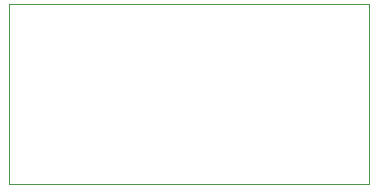
<source format=gbr>
G04 #@! TF.FileFunction,Profile,NP*
%FSLAX46Y46*%
G04 Gerber Fmt 4.6, Leading zero omitted, Abs format (unit mm)*
G04 Created by KiCad (PCBNEW 4.0.7) date Monday, September 16, 2019 'PMt' 11:11:56 PM*
%MOMM*%
%LPD*%
G01*
G04 APERTURE LIST*
%ADD10C,0.100000*%
%ADD11C,0.025400*%
G04 APERTURE END LIST*
D10*
D11*
X101600000Y-106680000D02*
X101600000Y-121920000D01*
X132080000Y-106680000D02*
X101600000Y-106680000D01*
X132080000Y-121920000D02*
X132080000Y-106680000D01*
X101600000Y-121920000D02*
X132080000Y-121920000D01*
M02*

</source>
